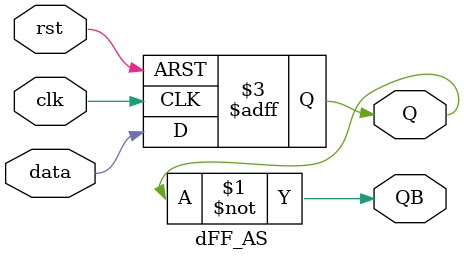
<source format=v>
/*
------------------------------------------------
D Flip Flop with synchronous reset.
------------------------------------------------
Functionality:
				Q Output data of flip flop.
               	QB inverted output of Q.
               	data data input.
               	clk clock input.
               	rst reset input.
               	If reset is enabled the flip flop will reset independent of the clock (Asynchronous).
------------------------------------------------
Design Architecture = Behavioural Architecture
------------------------------------------------
Module Name   : dFF_AS;
Designer      : Raghav Rastogi;
Creation Date : 28, August, 2018;
------------------------------------------------
*/

module dFF_AS (Q, QB, data, clk, rst);
  
	output Q, QB;
	input data, clk, rst;
	reg Q;
  
	assign QB = ~Q;
  
	always @(posedge clk, posedge rst)
	begin
		if(rst)
			Q <= 1'b0;
		else
			Q <= data;
	end
endmodule

</source>
